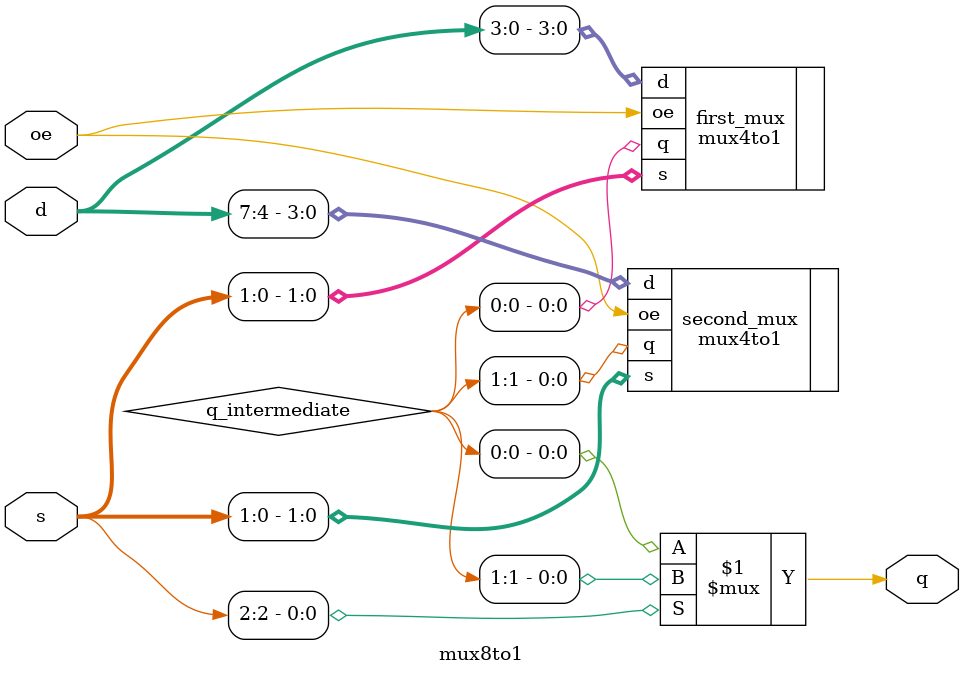
<source format=sv>
module mux8to1(
    input [7:0] d,    // 8 data inputs
    input [2:0] s,    // 3 select inputs (2 for MUX selection, 1 for choosing between the two 4-to-1 MUXs)
    input oe,         // Output Enable
    output q          // Output
);
    wire [1:0] q_intermediate; // Intermediate outputs from the two 4-to-1 MUXs
    
    // First 4-to-1 MUX instance
    mux4to1 first_mux(
        .d(d[3:0]),
        .s(s[1:0]),
        .oe(oe),
        .q(q_intermediate[0])
    );
    
    // Second 4-to-1 MUX instance
    mux4to1 second_mux(
        .d(d[7:4]),
        .s(s[1:0]),
        .oe(oe),
        .q(q_intermediate[1])
    );
    
    // Final selection using the third select bit
    assign q = s[2] ? q_intermediate[1] : q_intermediate[0];
endmodule

</source>
